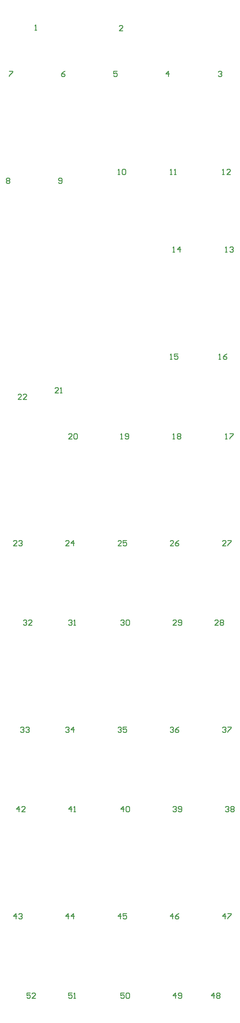
<source format=gto>
%FSLAX44Y44*%
%MOMM*%
G71*
G01*
G75*
%ADD10R,6.0000X2.5000*%
%ADD11R,4.0000X6.9850*%
%ADD12R,2.5000X6.0000*%
%ADD13R,6.9850X4.0000*%
%ADD14C,1.0000*%
%ADD15C,0.2540*%
%ADD16C,5.0000*%
%ADD17C,1.0000*%
%ADD18C,1.8000*%
%ADD19C,4.0000*%
%ADD20C,1.2700*%
%ADD21R,1.0200X3.8000*%
%ADD22R,1.2192X0.8128*%
%ADD23R,0.3556X0.7620*%
%ADD24R,0.7620X0.3556*%
%ADD25R,2.7940X2.7940*%
%ADD26C,0.2730*%
D15*
X124460Y3103172D02*
X129539D01*
X126999D01*
Y3118407D01*
X124460Y3115868D01*
X377187Y3101648D02*
X367030D01*
X377187Y3111805D01*
Y3114344D01*
X374648Y3116883D01*
X369569D01*
X367030Y3114344D01*
X651256Y2983026D02*
X653795Y2985565D01*
X658874D01*
X661413Y2983026D01*
Y2980487D01*
X658874Y2977948D01*
X656335D01*
X658874D01*
X661413Y2975409D01*
Y2972869D01*
X658874Y2970330D01*
X653795D01*
X651256Y2972869D01*
X508760Y2970330D02*
Y2985565D01*
X501142Y2977948D01*
X511299D01*
X361439Y2985565D02*
X351282D01*
Y2977948D01*
X356361Y2980487D01*
X358900D01*
X361439Y2977948D01*
Y2972869D01*
X358900Y2970330D01*
X353821D01*
X351282Y2972869D01*
X211325Y2985565D02*
X206247Y2983026D01*
X201168Y2977948D01*
Y2972869D01*
X203707Y2970330D01*
X208786D01*
X211325Y2972869D01*
Y2975409D01*
X208786Y2977948D01*
X201168D01*
X51308Y2985565D02*
X61465D01*
Y2983026D01*
X51308Y2972869D01*
Y2970330D01*
X42672Y2675940D02*
X45211Y2678479D01*
X50290D01*
X52829Y2675940D01*
Y2673401D01*
X50290Y2670862D01*
X52829Y2668322D01*
Y2665783D01*
X50290Y2663244D01*
X45211D01*
X42672Y2665783D01*
Y2668322D01*
X45211Y2670862D01*
X42672Y2673401D01*
Y2675940D01*
X45211Y2670862D02*
X50290D01*
X192786Y2665783D02*
X195325Y2663244D01*
X200404D01*
X202943Y2665783D01*
Y2675940D01*
X200404Y2678479D01*
X195325D01*
X192786Y2675940D01*
Y2673401D01*
X195325Y2670862D01*
X202943D01*
X363220Y2688644D02*
X368299D01*
X365759D01*
Y2703879D01*
X363220Y2701340D01*
X375916D02*
X378455Y2703879D01*
X383534D01*
X386073Y2701340D01*
Y2691183D01*
X383534Y2688644D01*
X378455D01*
X375916Y2691183D01*
Y2701340D01*
X513080Y2688644D02*
X518159D01*
X515619D01*
Y2703879D01*
X513080Y2701340D01*
X525776Y2688644D02*
X530854D01*
X528315D01*
Y2703879D01*
X525776Y2701340D01*
X663194Y2688644D02*
X668273D01*
X665733D01*
Y2703879D01*
X663194Y2701340D01*
X686047Y2688644D02*
X675890D01*
X686047Y2698801D01*
Y2701340D01*
X683508Y2703879D01*
X678429D01*
X675890Y2701340D01*
X671576Y2465886D02*
X676655D01*
X674115D01*
Y2481121D01*
X671576Y2478582D01*
X684272D02*
X686811Y2481121D01*
X691890D01*
X694429Y2478582D01*
Y2476043D01*
X691890Y2473504D01*
X689350D01*
X691890D01*
X694429Y2470965D01*
Y2468425D01*
X691890Y2465886D01*
X686811D01*
X684272Y2468425D01*
X521462Y2465886D02*
X526541D01*
X524001D01*
Y2481121D01*
X521462Y2478582D01*
X541776Y2465886D02*
Y2481121D01*
X534158Y2473504D01*
X544315D01*
X513080Y2158546D02*
X518159D01*
X515619D01*
Y2173781D01*
X513080Y2171242D01*
X535933Y2173781D02*
X525776D01*
Y2166164D01*
X530854Y2168703D01*
X533394D01*
X535933Y2166164D01*
Y2161085D01*
X533394Y2158546D01*
X528315D01*
X525776Y2161085D01*
X653034Y2158546D02*
X658113D01*
X655573D01*
Y2173781D01*
X653034Y2171242D01*
X675887Y2173781D02*
X670808Y2171242D01*
X665730Y2166164D01*
Y2161085D01*
X668269Y2158546D01*
X673348D01*
X675887Y2161085D01*
Y2163625D01*
X673348Y2166164D01*
X665730D01*
X671576Y1930708D02*
X676655D01*
X674115D01*
Y1945943D01*
X671576Y1943404D01*
X684272Y1945943D02*
X694429D01*
Y1943404D01*
X684272Y1933247D01*
Y1930708D01*
X521462D02*
X526541D01*
X524001D01*
Y1945943D01*
X521462Y1943404D01*
X534158D02*
X536697Y1945943D01*
X541776D01*
X544315Y1943404D01*
Y1940865D01*
X541776Y1938326D01*
X544315Y1935786D01*
Y1933247D01*
X541776Y1930708D01*
X536697D01*
X534158Y1933247D01*
Y1935786D01*
X536697Y1938326D01*
X534158Y1940865D01*
Y1943404D01*
X536697Y1938326D02*
X541776D01*
X371602Y1930708D02*
X376681D01*
X374141D01*
Y1945943D01*
X371602Y1943404D01*
X384298Y1933247D02*
X386837Y1930708D01*
X391916D01*
X394455Y1933247D01*
Y1943404D01*
X391916Y1945943D01*
X386837D01*
X384298Y1943404D01*
Y1940865D01*
X386837Y1938326D01*
X394455D01*
X231645Y1930708D02*
X221488D01*
X231645Y1940865D01*
Y1943404D01*
X229106Y1945943D01*
X224027D01*
X221488Y1943404D01*
X236723D02*
X239263Y1945943D01*
X244341D01*
X246880Y1943404D01*
Y1933247D01*
X244341Y1930708D01*
X239263D01*
X236723Y1933247D01*
Y1943404D01*
X192529Y2062026D02*
X182372D01*
X192529Y2072183D01*
Y2074722D01*
X189990Y2077261D01*
X184911D01*
X182372Y2074722D01*
X197607Y2062026D02*
X202686D01*
X200147D01*
Y2077261D01*
X197607Y2074722D01*
X86357Y2043484D02*
X76200D01*
X86357Y2053641D01*
Y2056180D01*
X83818Y2058719D01*
X78739D01*
X76200Y2056180D01*
X101592Y2043484D02*
X91435D01*
X101592Y2053641D01*
Y2056180D01*
X99053Y2058719D01*
X93975D01*
X91435Y2056180D01*
X73149Y1623622D02*
X62992D01*
X73149Y1633779D01*
Y1636318D01*
X70610Y1638857D01*
X65531D01*
X62992Y1636318D01*
X78227D02*
X80766Y1638857D01*
X85845D01*
X88384Y1636318D01*
Y1633779D01*
X85845Y1631240D01*
X83306D01*
X85845D01*
X88384Y1628701D01*
Y1626161D01*
X85845Y1623622D01*
X80766D01*
X78227Y1626161D01*
X223263Y1623622D02*
X213106D01*
X223263Y1633779D01*
Y1636318D01*
X220724Y1638857D01*
X215645D01*
X213106Y1636318D01*
X235959Y1623622D02*
Y1638857D01*
X228341Y1631240D01*
X238498D01*
X373377Y1623622D02*
X363220D01*
X373377Y1633779D01*
Y1636318D01*
X370838Y1638857D01*
X365759D01*
X363220Y1636318D01*
X388612Y1638857D02*
X378455D01*
Y1631240D01*
X383534Y1633779D01*
X386073D01*
X388612Y1631240D01*
Y1626161D01*
X386073Y1623622D01*
X380994D01*
X378455Y1626161D01*
X523237Y1623622D02*
X513080D01*
X523237Y1633779D01*
Y1636318D01*
X520698Y1638857D01*
X515619D01*
X513080Y1636318D01*
X538472Y1638857D02*
X533394Y1636318D01*
X528315Y1631240D01*
Y1626161D01*
X530854Y1623622D01*
X535933D01*
X538472Y1626161D01*
Y1628701D01*
X535933Y1631240D01*
X528315D01*
X673351Y1623622D02*
X663194D01*
X673351Y1633779D01*
Y1636318D01*
X670812Y1638857D01*
X665733D01*
X663194Y1636318D01*
X678429Y1638857D02*
X688586D01*
Y1636318D01*
X678429Y1626161D01*
Y1623622D01*
X651761Y1395784D02*
X641604D01*
X651761Y1405941D01*
Y1408480D01*
X649222Y1411019D01*
X644143D01*
X641604Y1408480D01*
X656839D02*
X659379Y1411019D01*
X664457D01*
X666996Y1408480D01*
Y1405941D01*
X664457Y1403402D01*
X666996Y1400862D01*
Y1398323D01*
X664457Y1395784D01*
X659379D01*
X656839Y1398323D01*
Y1400862D01*
X659379Y1403402D01*
X656839Y1405941D01*
Y1408480D01*
X659379Y1403402D02*
X664457D01*
X531619Y1395784D02*
X521462D01*
X531619Y1405941D01*
Y1408480D01*
X529080Y1411019D01*
X524001D01*
X521462Y1408480D01*
X536697Y1398323D02*
X539236Y1395784D01*
X544315D01*
X546854Y1398323D01*
Y1408480D01*
X544315Y1411019D01*
X539236D01*
X536697Y1408480D01*
Y1405941D01*
X539236Y1403402D01*
X546854D01*
X371602Y1408480D02*
X374141Y1411019D01*
X379220D01*
X381759Y1408480D01*
Y1405941D01*
X379220Y1403402D01*
X376681D01*
X379220D01*
X381759Y1400862D01*
Y1398323D01*
X379220Y1395784D01*
X374141D01*
X371602Y1398323D01*
X386837Y1408480D02*
X389376Y1411019D01*
X394455D01*
X396994Y1408480D01*
Y1398323D01*
X394455Y1395784D01*
X389376D01*
X386837Y1398323D01*
Y1408480D01*
X221488D02*
X224027Y1411019D01*
X229106D01*
X231645Y1408480D01*
Y1405941D01*
X229106Y1403402D01*
X226567D01*
X229106D01*
X231645Y1400862D01*
Y1398323D01*
X229106Y1395784D01*
X224027D01*
X221488Y1398323D01*
X236723Y1395784D02*
X241802D01*
X239263D01*
Y1411019D01*
X236723Y1408480D01*
X91440D02*
X93979Y1411019D01*
X99058D01*
X101597Y1408480D01*
Y1405941D01*
X99058Y1403402D01*
X96519D01*
X99058D01*
X101597Y1400862D01*
Y1398323D01*
X99058Y1395784D01*
X93979D01*
X91440Y1398323D01*
X116832Y1395784D02*
X106675D01*
X116832Y1405941D01*
Y1408480D01*
X114293Y1411019D01*
X109214D01*
X106675Y1408480D01*
X83058Y1101140D02*
X85597Y1103679D01*
X90676D01*
X93215Y1101140D01*
Y1098601D01*
X90676Y1096062D01*
X88137D01*
X90676D01*
X93215Y1093522D01*
Y1090983D01*
X90676Y1088444D01*
X85597D01*
X83058Y1090983D01*
X98293Y1101140D02*
X100833Y1103679D01*
X105911D01*
X108450Y1101140D01*
Y1098601D01*
X105911Y1096062D01*
X103372D01*
X105911D01*
X108450Y1093522D01*
Y1090983D01*
X105911Y1088444D01*
X100833D01*
X98293Y1090983D01*
X213106Y1101140D02*
X215645Y1103679D01*
X220724D01*
X223263Y1101140D01*
Y1098601D01*
X220724Y1096062D01*
X218185D01*
X220724D01*
X223263Y1093522D01*
Y1090983D01*
X220724Y1088444D01*
X215645D01*
X213106Y1090983D01*
X235959Y1088444D02*
Y1103679D01*
X228341Y1096062D01*
X238498D01*
X363220Y1101140D02*
X365759Y1103679D01*
X370838D01*
X373377Y1101140D01*
Y1098601D01*
X370838Y1096062D01*
X368299D01*
X370838D01*
X373377Y1093522D01*
Y1090983D01*
X370838Y1088444D01*
X365759D01*
X363220Y1090983D01*
X388612Y1103679D02*
X378455D01*
Y1096062D01*
X383534Y1098601D01*
X386073D01*
X388612Y1096062D01*
Y1090983D01*
X386073Y1088444D01*
X380994D01*
X378455Y1090983D01*
X513080Y1101140D02*
X515619Y1103679D01*
X520698D01*
X523237Y1101140D01*
Y1098601D01*
X520698Y1096062D01*
X518159D01*
X520698D01*
X523237Y1093522D01*
Y1090983D01*
X520698Y1088444D01*
X515619D01*
X513080Y1090983D01*
X538472Y1103679D02*
X533394Y1101140D01*
X528315Y1096062D01*
Y1090983D01*
X530854Y1088444D01*
X535933D01*
X538472Y1090983D01*
Y1093522D01*
X535933Y1096062D01*
X528315D01*
X663194Y1101140D02*
X665733Y1103679D01*
X670812D01*
X673351Y1101140D01*
Y1098601D01*
X670812Y1096062D01*
X668273D01*
X670812D01*
X673351Y1093522D01*
Y1090983D01*
X670812Y1088444D01*
X665733D01*
X663194Y1090983D01*
X678429Y1103679D02*
X688586D01*
Y1101140D01*
X678429Y1090983D01*
Y1088444D01*
X671576Y873556D02*
X674115Y876095D01*
X679194D01*
X681733Y873556D01*
Y871017D01*
X679194Y868478D01*
X676655D01*
X679194D01*
X681733Y865938D01*
Y863399D01*
X679194Y860860D01*
X674115D01*
X671576Y863399D01*
X686811Y873556D02*
X689351Y876095D01*
X694429D01*
X696968Y873556D01*
Y871017D01*
X694429Y868478D01*
X696968Y865938D01*
Y863399D01*
X694429Y860860D01*
X689351D01*
X686811Y863399D01*
Y865938D01*
X689351Y868478D01*
X686811Y871017D01*
Y873556D01*
X689351Y868478D02*
X694429D01*
X521462Y873556D02*
X524001Y876095D01*
X529080D01*
X531619Y873556D01*
Y871017D01*
X529080Y868478D01*
X526541D01*
X529080D01*
X531619Y865938D01*
Y863399D01*
X529080Y860860D01*
X524001D01*
X521462Y863399D01*
X536697D02*
X539236Y860860D01*
X544315D01*
X546854Y863399D01*
Y873556D01*
X544315Y876095D01*
X539236D01*
X536697Y873556D01*
Y871017D01*
X539236Y868478D01*
X546854D01*
X379220Y860860D02*
Y876095D01*
X371602Y868478D01*
X381759D01*
X386837Y873556D02*
X389376Y876095D01*
X394455D01*
X396994Y873556D01*
Y863399D01*
X394455Y860860D01*
X389376D01*
X386837Y863399D01*
Y873556D01*
X229106Y860860D02*
Y876095D01*
X221488Y868478D01*
X231645D01*
X236723Y860860D02*
X241802D01*
X239263D01*
Y876095D01*
X236723Y873556D01*
X79246Y860860D02*
Y876095D01*
X71628Y868478D01*
X81785D01*
X97020Y860860D02*
X86863D01*
X97020Y871017D01*
Y873556D01*
X94481Y876095D01*
X89403D01*
X86863Y873556D01*
X70610Y553520D02*
Y568755D01*
X62992Y561138D01*
X73149D01*
X78227Y566216D02*
X80766Y568755D01*
X85845D01*
X88384Y566216D01*
Y563677D01*
X85845Y561138D01*
X83306D01*
X85845D01*
X88384Y558599D01*
Y556059D01*
X85845Y553520D01*
X80766D01*
X78227Y556059D01*
X220724Y553520D02*
Y568755D01*
X213106Y561138D01*
X223263D01*
X235959Y553520D02*
Y568755D01*
X228341Y561138D01*
X238498D01*
X370838Y553520D02*
Y568755D01*
X363220Y561138D01*
X373377D01*
X388612Y568755D02*
X378455D01*
Y561138D01*
X383534Y563677D01*
X386073D01*
X388612Y561138D01*
Y556059D01*
X386073Y553520D01*
X380994D01*
X378455Y556059D01*
X520698Y553520D02*
Y568755D01*
X513080Y561138D01*
X523237D01*
X538472Y568755D02*
X533394Y566216D01*
X528315Y561138D01*
Y556059D01*
X530854Y553520D01*
X535933D01*
X538472Y556059D01*
Y558599D01*
X535933Y561138D01*
X528315D01*
X670812Y553520D02*
Y568755D01*
X663194Y561138D01*
X673351D01*
X678429Y568755D02*
X688586D01*
Y566216D01*
X678429Y556059D01*
Y553520D01*
X639062Y325936D02*
Y341171D01*
X631444Y333554D01*
X641601D01*
X646679Y338632D02*
X649219Y341171D01*
X654297D01*
X656836Y338632D01*
Y336093D01*
X654297Y333554D01*
X656836Y331015D01*
Y328475D01*
X654297Y325936D01*
X649219D01*
X646679Y328475D01*
Y331015D01*
X649219Y333554D01*
X646679Y336093D01*
Y338632D01*
X649219Y333554D02*
X654297D01*
X529080Y325936D02*
Y341171D01*
X521462Y333554D01*
X531619D01*
X536697Y328475D02*
X539236Y325936D01*
X544315D01*
X546854Y328475D01*
Y338632D01*
X544315Y341171D01*
X539236D01*
X536697Y338632D01*
Y336093D01*
X539236Y333554D01*
X546854D01*
X381759Y341171D02*
X371602D01*
Y333554D01*
X376681Y336093D01*
X379220D01*
X381759Y333554D01*
Y328475D01*
X379220Y325936D01*
X374141D01*
X371602Y328475D01*
X386837Y338632D02*
X389376Y341171D01*
X394455D01*
X396994Y338632D01*
Y328475D01*
X394455Y325936D01*
X389376D01*
X386837Y328475D01*
Y338632D01*
X231645Y341171D02*
X221488D01*
Y333554D01*
X226567Y336093D01*
X229106D01*
X231645Y333554D01*
Y328475D01*
X229106Y325936D01*
X224027D01*
X221488Y328475D01*
X236723Y325936D02*
X241802D01*
X239263D01*
Y341171D01*
X236723Y338632D01*
X111757Y341171D02*
X101600D01*
Y333554D01*
X106679Y336093D01*
X109218D01*
X111757Y333554D01*
Y328475D01*
X109218Y325936D01*
X104139D01*
X101600Y328475D01*
X126992Y325936D02*
X116835D01*
X126992Y336093D01*
Y338632D01*
X124453Y341171D01*
X119375D01*
X116835Y338632D01*
M02*

</source>
